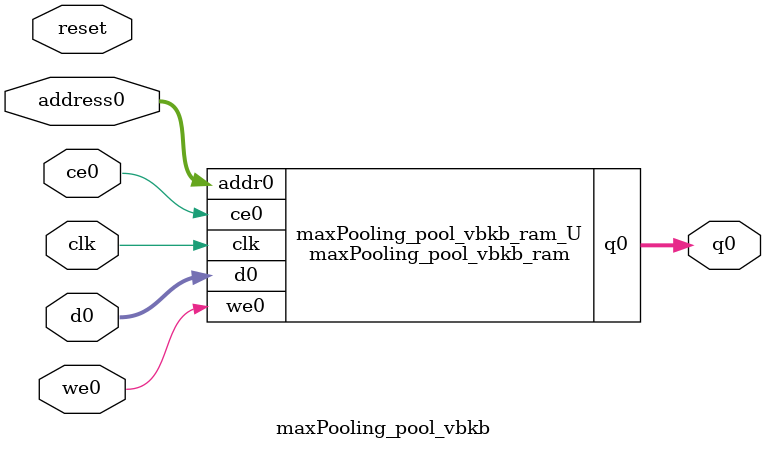
<source format=v>
`timescale 1 ns / 1 ps
module maxPooling_pool_vbkb_ram (addr0, ce0, d0, we0, q0,  clk);

parameter DWIDTH = 16;
parameter AWIDTH = 4;
parameter MEM_SIZE = 9;

input[AWIDTH-1:0] addr0;
input ce0;
input[DWIDTH-1:0] d0;
input we0;
output reg[DWIDTH-1:0] q0;
input clk;

(* ram_style = "distributed" *)reg [DWIDTH-1:0] ram[0:MEM_SIZE-1];




always @(posedge clk)  
begin 
    if (ce0) 
    begin
        if (we0) 
        begin 
            ram[addr0] <= d0; 
        end 
        q0 <= ram[addr0];
    end
end


endmodule

`timescale 1 ns / 1 ps
module maxPooling_pool_vbkb(
    reset,
    clk,
    address0,
    ce0,
    we0,
    d0,
    q0);

parameter DataWidth = 32'd16;
parameter AddressRange = 32'd9;
parameter AddressWidth = 32'd4;
input reset;
input clk;
input[AddressWidth - 1:0] address0;
input ce0;
input we0;
input[DataWidth - 1:0] d0;
output[DataWidth - 1:0] q0;



maxPooling_pool_vbkb_ram maxPooling_pool_vbkb_ram_U(
    .clk( clk ),
    .addr0( address0 ),
    .ce0( ce0 ),
    .we0( we0 ),
    .d0( d0 ),
    .q0( q0 ));

endmodule


</source>
